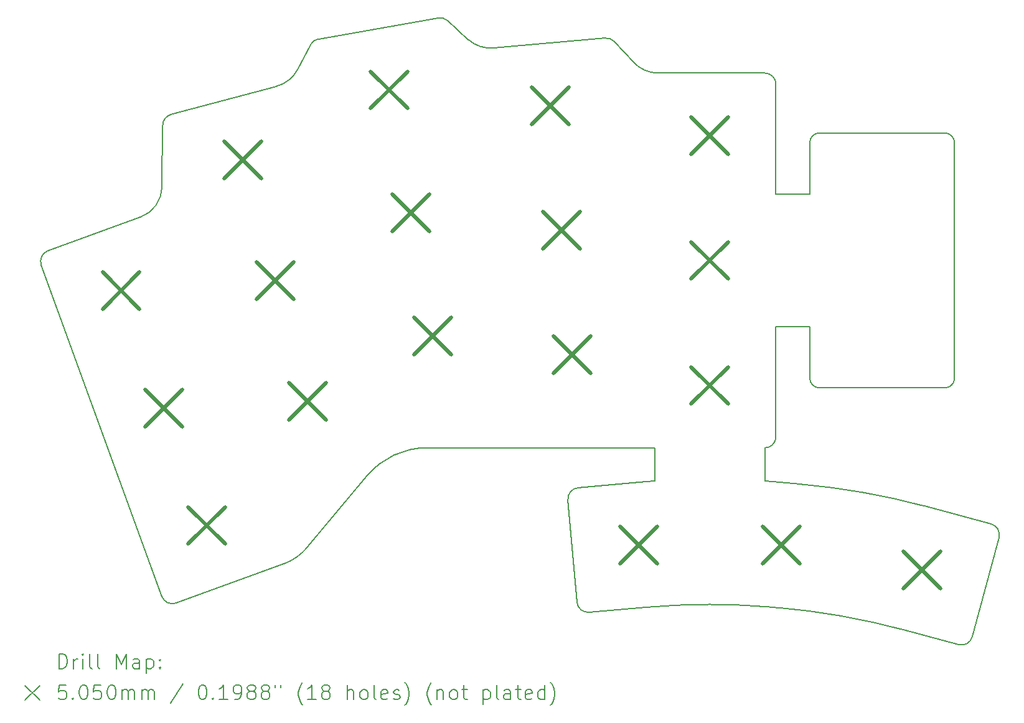
<source format=gbr>
%TF.GenerationSoftware,KiCad,Pcbnew,8.0.7*%
%TF.CreationDate,2025-03-14T09:47:26+07:00*%
%TF.ProjectId,Lapka,4c61706b-612e-46b6-9963-61645f706362,rev?*%
%TF.SameCoordinates,Original*%
%TF.FileFunction,Drillmap*%
%TF.FilePolarity,Positive*%
%FSLAX45Y45*%
G04 Gerber Fmt 4.5, Leading zero omitted, Abs format (unit mm)*
G04 Created by KiCad (PCBNEW 8.0.7) date 2025-03-14 09:47:26*
%MOMM*%
%LPD*%
G01*
G04 APERTURE LIST*
%ADD10C,0.200000*%
%ADD11C,0.505000*%
G04 APERTURE END LIST*
D10*
X11600711Y-4895984D02*
G75*
G02*
X11318997Y-5121012I-398191J209644D01*
G01*
X11733186Y-11397755D02*
G75*
G02*
X11416402Y-11620528I-575226J481355D01*
G01*
X15565275Y-12279335D02*
X16346164Y-12211016D01*
X21035915Y-11077384D02*
X20131788Y-10835124D01*
X13514239Y-4191030D02*
G75*
G02*
X13641123Y-4227701I26051J-147710D01*
G01*
X9759914Y-6486002D02*
G75*
G02*
X9461924Y-6904593I-449973J4967D01*
G01*
X16174865Y-4796968D02*
X15914440Y-4515393D01*
X15791247Y-4467813D02*
G75*
G02*
X15914440Y-4515393I13073J-149427D01*
G01*
X9950293Y-12154149D02*
G75*
G02*
X9758033Y-12064498I-51303J140959D01*
G01*
X8116337Y-7553969D02*
G75*
G02*
X8205990Y-7361718I140953J51299D01*
G01*
X17958996Y-4941997D02*
X16505753Y-4941997D01*
X20779641Y-12613388D02*
G75*
G02*
X20595923Y-12719455I-144911J38858D01*
G01*
X16346164Y-12211016D02*
G75*
G02*
X18071839Y-12211016I862836J-9862584D01*
G01*
X16459000Y-10495300D02*
X16346159Y-10504522D01*
X18109000Y-6591996D02*
X18109000Y-5092000D01*
X18435620Y-10536349D02*
G75*
G02*
X20131788Y-10835124I-862860J-9862521D01*
G01*
X18569000Y-8391997D02*
X18569001Y-9091997D01*
X9950293Y-12154149D02*
X11416402Y-11620527D01*
X15791247Y-4467813D02*
X14267382Y-4601133D01*
X18703997Y-9226996D02*
G75*
G02*
X18568994Y-9091997I3J135006D01*
G01*
X20404000Y-5756997D02*
G75*
G02*
X20539003Y-5891996I0J-135003D01*
G01*
X11733186Y-11397755D02*
X12552906Y-10418157D01*
X18109000Y-8391996D02*
X18569000Y-8391997D01*
X13514239Y-4191030D02*
X11886435Y-4478057D01*
X18109000Y-9892004D02*
G75*
G02*
X17959000Y-10042000I-150000J4D01*
G01*
X20404000Y-5756997D02*
X18703996Y-5756996D01*
X19838774Y-12516581D02*
X20595923Y-12719457D01*
X16459001Y-10041997D02*
X16459000Y-10495300D01*
X16505753Y-4941997D02*
G75*
G02*
X16174863Y-4796970I-23J449937D01*
G01*
X13925670Y-4486020D02*
X13925667Y-4486021D01*
X9461924Y-6904593D02*
X8205989Y-7361716D01*
X21035915Y-11077384D02*
G75*
G02*
X21141988Y-11261097I-38825J-144896D01*
G01*
X18435620Y-10536349D02*
X18071842Y-10504523D01*
X17959001Y-10495300D02*
X17959000Y-10042001D01*
X16346159Y-10504522D02*
X15415890Y-10585910D01*
X20539001Y-9091998D02*
G75*
G02*
X20404001Y-9227001I-134991J-13D01*
G01*
X15280760Y-10748318D02*
G75*
G02*
X15415890Y-10585913I149440J13078D01*
G01*
X15565275Y-12279335D02*
G75*
G02*
X15402776Y-12142978I-13065J149435D01*
G01*
X8116337Y-7553969D02*
X9758035Y-12064497D01*
X11318997Y-5121013D02*
X9879630Y-5506689D01*
X17958996Y-4941997D02*
G75*
G02*
X18108993Y-5092000I14J-149983D01*
G01*
X9769131Y-5649745D02*
X9759914Y-6486002D01*
X20539001Y-9091998D02*
X20539000Y-5891996D01*
X18569000Y-5891991D02*
X18569000Y-6591997D01*
X12552906Y-10418157D02*
G75*
G02*
X13358161Y-10041998I805244J-673813D01*
G01*
X18569000Y-5891991D02*
G75*
G02*
X18703996Y-5757000I135000J-9D01*
G01*
X11779753Y-4555900D02*
X11600711Y-4895984D01*
X18108999Y-5092000D02*
X18109000Y-5092000D01*
X18071842Y-10504523D02*
X17959001Y-10495300D01*
X15280760Y-10748318D02*
X15402776Y-12142978D01*
X18071840Y-12211015D02*
X18139313Y-12216919D01*
X9769131Y-5649745D02*
G75*
G02*
X9879630Y-5506688I150009J-1665D01*
G01*
X18109000Y-9892004D02*
X18109000Y-8391996D01*
X13641123Y-4227701D02*
X13641123Y-4227699D01*
X14267382Y-4601133D02*
G75*
G02*
X13925669Y-4486020I-39242J448253D01*
G01*
X18139313Y-12216919D02*
G75*
G02*
X19838774Y-12516581I-862863J-9862411D01*
G01*
X18569000Y-6591997D02*
X18109000Y-6591996D01*
X11779753Y-4555900D02*
G75*
G02*
X11886435Y-4478058I132707J-69850D01*
G01*
X13925667Y-4486021D02*
X13641123Y-4227699D01*
X20779641Y-12613388D02*
X21141987Y-11261097D01*
X18703997Y-9226996D02*
X20404001Y-9226996D01*
X13358161Y-10041997D02*
X16459001Y-10041997D01*
D11*
X8948981Y-7651439D02*
X9453981Y-8156439D01*
X9453981Y-7651439D02*
X8948981Y-8156439D01*
X9530411Y-9248919D02*
X10035411Y-9753919D01*
X10035411Y-9248919D02*
X9530411Y-9753919D01*
X10111840Y-10846399D02*
X10616840Y-11351399D01*
X10616840Y-10846399D02*
X10111840Y-11351399D01*
X10607211Y-5871570D02*
X11112211Y-6376570D01*
X11112211Y-5871570D02*
X10607211Y-6376570D01*
X11047210Y-7513640D02*
X11552210Y-8018640D01*
X11552210Y-7513640D02*
X11047210Y-8018640D01*
X11487200Y-9155709D02*
X11992200Y-9660709D01*
X11992200Y-9155709D02*
X11487200Y-9660709D01*
X12595440Y-4919130D02*
X13100440Y-5424130D01*
X13100440Y-4919130D02*
X12595440Y-5424130D01*
X12890640Y-6593309D02*
X13395640Y-7098309D01*
X13395640Y-6593309D02*
X12890640Y-7098309D01*
X13185840Y-8267480D02*
X13690840Y-8772480D01*
X13690840Y-8267480D02*
X13185840Y-8772480D01*
X14789510Y-5134110D02*
X15294510Y-5639110D01*
X15294510Y-5134110D02*
X14789510Y-5639110D01*
X14937680Y-6827639D02*
X15442680Y-7332639D01*
X15442680Y-6827639D02*
X14937680Y-7332639D01*
X15085841Y-8521170D02*
X15590841Y-9026170D01*
X15590841Y-8521170D02*
X15085841Y-9026170D01*
X15987680Y-11114710D02*
X16492680Y-11619710D01*
X16492680Y-11114710D02*
X15987680Y-11619710D01*
X16956500Y-5539500D02*
X17461500Y-6044500D01*
X17461500Y-5539500D02*
X16956500Y-6044500D01*
X16956500Y-8939500D02*
X17461500Y-9444500D01*
X17461500Y-8939500D02*
X16956500Y-9444500D01*
X16956501Y-7239499D02*
X17461501Y-7744499D01*
X17461501Y-7239499D02*
X16956501Y-7744499D01*
X17928990Y-11114709D02*
X18433990Y-11619709D01*
X18433990Y-11114709D02*
X17928990Y-11619709D01*
X19840819Y-11451809D02*
X20345819Y-11956809D01*
X20345819Y-11451809D02*
X19840819Y-11956809D01*
D10*
X8358069Y-13046045D02*
X8358069Y-12846045D01*
X8358069Y-12846045D02*
X8405688Y-12846045D01*
X8405688Y-12846045D02*
X8434260Y-12855568D01*
X8434260Y-12855568D02*
X8453307Y-12874616D01*
X8453307Y-12874616D02*
X8462831Y-12893664D01*
X8462831Y-12893664D02*
X8472355Y-12931759D01*
X8472355Y-12931759D02*
X8472355Y-12960330D01*
X8472355Y-12960330D02*
X8462831Y-12998425D01*
X8462831Y-12998425D02*
X8453307Y-13017473D01*
X8453307Y-13017473D02*
X8434260Y-13036521D01*
X8434260Y-13036521D02*
X8405688Y-13046045D01*
X8405688Y-13046045D02*
X8358069Y-13046045D01*
X8558069Y-13046045D02*
X8558069Y-12912711D01*
X8558069Y-12950806D02*
X8567593Y-12931759D01*
X8567593Y-12931759D02*
X8577117Y-12922235D01*
X8577117Y-12922235D02*
X8596165Y-12912711D01*
X8596165Y-12912711D02*
X8615212Y-12912711D01*
X8681879Y-13046045D02*
X8681879Y-12912711D01*
X8681879Y-12846045D02*
X8672355Y-12855568D01*
X8672355Y-12855568D02*
X8681879Y-12865092D01*
X8681879Y-12865092D02*
X8691403Y-12855568D01*
X8691403Y-12855568D02*
X8681879Y-12846045D01*
X8681879Y-12846045D02*
X8681879Y-12865092D01*
X8805688Y-13046045D02*
X8786641Y-13036521D01*
X8786641Y-13036521D02*
X8777117Y-13017473D01*
X8777117Y-13017473D02*
X8777117Y-12846045D01*
X8910450Y-13046045D02*
X8891403Y-13036521D01*
X8891403Y-13036521D02*
X8881879Y-13017473D01*
X8881879Y-13017473D02*
X8881879Y-12846045D01*
X9139022Y-13046045D02*
X9139022Y-12846045D01*
X9139022Y-12846045D02*
X9205688Y-12988902D01*
X9205688Y-12988902D02*
X9272355Y-12846045D01*
X9272355Y-12846045D02*
X9272355Y-13046045D01*
X9453307Y-13046045D02*
X9453307Y-12941283D01*
X9453307Y-12941283D02*
X9443784Y-12922235D01*
X9443784Y-12922235D02*
X9424736Y-12912711D01*
X9424736Y-12912711D02*
X9386641Y-12912711D01*
X9386641Y-12912711D02*
X9367593Y-12922235D01*
X9453307Y-13036521D02*
X9434260Y-13046045D01*
X9434260Y-13046045D02*
X9386641Y-13046045D01*
X9386641Y-13046045D02*
X9367593Y-13036521D01*
X9367593Y-13036521D02*
X9358069Y-13017473D01*
X9358069Y-13017473D02*
X9358069Y-12998425D01*
X9358069Y-12998425D02*
X9367593Y-12979378D01*
X9367593Y-12979378D02*
X9386641Y-12969854D01*
X9386641Y-12969854D02*
X9434260Y-12969854D01*
X9434260Y-12969854D02*
X9453307Y-12960330D01*
X9548546Y-12912711D02*
X9548546Y-13112711D01*
X9548546Y-12922235D02*
X9567593Y-12912711D01*
X9567593Y-12912711D02*
X9605688Y-12912711D01*
X9605688Y-12912711D02*
X9624736Y-12922235D01*
X9624736Y-12922235D02*
X9634260Y-12931759D01*
X9634260Y-12931759D02*
X9643784Y-12950806D01*
X9643784Y-12950806D02*
X9643784Y-13007949D01*
X9643784Y-13007949D02*
X9634260Y-13026997D01*
X9634260Y-13026997D02*
X9624736Y-13036521D01*
X9624736Y-13036521D02*
X9605688Y-13046045D01*
X9605688Y-13046045D02*
X9567593Y-13046045D01*
X9567593Y-13046045D02*
X9548546Y-13036521D01*
X9729498Y-13026997D02*
X9739022Y-13036521D01*
X9739022Y-13036521D02*
X9729498Y-13046045D01*
X9729498Y-13046045D02*
X9719974Y-13036521D01*
X9719974Y-13036521D02*
X9729498Y-13026997D01*
X9729498Y-13026997D02*
X9729498Y-13046045D01*
X9729498Y-12922235D02*
X9739022Y-12931759D01*
X9739022Y-12931759D02*
X9729498Y-12941283D01*
X9729498Y-12941283D02*
X9719974Y-12931759D01*
X9719974Y-12931759D02*
X9729498Y-12922235D01*
X9729498Y-12922235D02*
X9729498Y-12941283D01*
X7897292Y-13274561D02*
X8097292Y-13474561D01*
X8097292Y-13274561D02*
X7897292Y-13474561D01*
X8453307Y-13266045D02*
X8358069Y-13266045D01*
X8358069Y-13266045D02*
X8348545Y-13361283D01*
X8348545Y-13361283D02*
X8358069Y-13351759D01*
X8358069Y-13351759D02*
X8377117Y-13342235D01*
X8377117Y-13342235D02*
X8424736Y-13342235D01*
X8424736Y-13342235D02*
X8443784Y-13351759D01*
X8443784Y-13351759D02*
X8453307Y-13361283D01*
X8453307Y-13361283D02*
X8462831Y-13380330D01*
X8462831Y-13380330D02*
X8462831Y-13427949D01*
X8462831Y-13427949D02*
X8453307Y-13446997D01*
X8453307Y-13446997D02*
X8443784Y-13456521D01*
X8443784Y-13456521D02*
X8424736Y-13466045D01*
X8424736Y-13466045D02*
X8377117Y-13466045D01*
X8377117Y-13466045D02*
X8358069Y-13456521D01*
X8358069Y-13456521D02*
X8348545Y-13446997D01*
X8548546Y-13446997D02*
X8558069Y-13456521D01*
X8558069Y-13456521D02*
X8548546Y-13466045D01*
X8548546Y-13466045D02*
X8539022Y-13456521D01*
X8539022Y-13456521D02*
X8548546Y-13446997D01*
X8548546Y-13446997D02*
X8548546Y-13466045D01*
X8681879Y-13266045D02*
X8700927Y-13266045D01*
X8700927Y-13266045D02*
X8719974Y-13275568D01*
X8719974Y-13275568D02*
X8729498Y-13285092D01*
X8729498Y-13285092D02*
X8739022Y-13304140D01*
X8739022Y-13304140D02*
X8748546Y-13342235D01*
X8748546Y-13342235D02*
X8748546Y-13389854D01*
X8748546Y-13389854D02*
X8739022Y-13427949D01*
X8739022Y-13427949D02*
X8729498Y-13446997D01*
X8729498Y-13446997D02*
X8719974Y-13456521D01*
X8719974Y-13456521D02*
X8700927Y-13466045D01*
X8700927Y-13466045D02*
X8681879Y-13466045D01*
X8681879Y-13466045D02*
X8662831Y-13456521D01*
X8662831Y-13456521D02*
X8653307Y-13446997D01*
X8653307Y-13446997D02*
X8643784Y-13427949D01*
X8643784Y-13427949D02*
X8634260Y-13389854D01*
X8634260Y-13389854D02*
X8634260Y-13342235D01*
X8634260Y-13342235D02*
X8643784Y-13304140D01*
X8643784Y-13304140D02*
X8653307Y-13285092D01*
X8653307Y-13285092D02*
X8662831Y-13275568D01*
X8662831Y-13275568D02*
X8681879Y-13266045D01*
X8929498Y-13266045D02*
X8834260Y-13266045D01*
X8834260Y-13266045D02*
X8824736Y-13361283D01*
X8824736Y-13361283D02*
X8834260Y-13351759D01*
X8834260Y-13351759D02*
X8853307Y-13342235D01*
X8853307Y-13342235D02*
X8900927Y-13342235D01*
X8900927Y-13342235D02*
X8919974Y-13351759D01*
X8919974Y-13351759D02*
X8929498Y-13361283D01*
X8929498Y-13361283D02*
X8939022Y-13380330D01*
X8939022Y-13380330D02*
X8939022Y-13427949D01*
X8939022Y-13427949D02*
X8929498Y-13446997D01*
X8929498Y-13446997D02*
X8919974Y-13456521D01*
X8919974Y-13456521D02*
X8900927Y-13466045D01*
X8900927Y-13466045D02*
X8853307Y-13466045D01*
X8853307Y-13466045D02*
X8834260Y-13456521D01*
X8834260Y-13456521D02*
X8824736Y-13446997D01*
X9062831Y-13266045D02*
X9081879Y-13266045D01*
X9081879Y-13266045D02*
X9100927Y-13275568D01*
X9100927Y-13275568D02*
X9110450Y-13285092D01*
X9110450Y-13285092D02*
X9119974Y-13304140D01*
X9119974Y-13304140D02*
X9129498Y-13342235D01*
X9129498Y-13342235D02*
X9129498Y-13389854D01*
X9129498Y-13389854D02*
X9119974Y-13427949D01*
X9119974Y-13427949D02*
X9110450Y-13446997D01*
X9110450Y-13446997D02*
X9100927Y-13456521D01*
X9100927Y-13456521D02*
X9081879Y-13466045D01*
X9081879Y-13466045D02*
X9062831Y-13466045D01*
X9062831Y-13466045D02*
X9043784Y-13456521D01*
X9043784Y-13456521D02*
X9034260Y-13446997D01*
X9034260Y-13446997D02*
X9024736Y-13427949D01*
X9024736Y-13427949D02*
X9015212Y-13389854D01*
X9015212Y-13389854D02*
X9015212Y-13342235D01*
X9015212Y-13342235D02*
X9024736Y-13304140D01*
X9024736Y-13304140D02*
X9034260Y-13285092D01*
X9034260Y-13285092D02*
X9043784Y-13275568D01*
X9043784Y-13275568D02*
X9062831Y-13266045D01*
X9215212Y-13466045D02*
X9215212Y-13332711D01*
X9215212Y-13351759D02*
X9224736Y-13342235D01*
X9224736Y-13342235D02*
X9243784Y-13332711D01*
X9243784Y-13332711D02*
X9272355Y-13332711D01*
X9272355Y-13332711D02*
X9291403Y-13342235D01*
X9291403Y-13342235D02*
X9300927Y-13361283D01*
X9300927Y-13361283D02*
X9300927Y-13466045D01*
X9300927Y-13361283D02*
X9310450Y-13342235D01*
X9310450Y-13342235D02*
X9329498Y-13332711D01*
X9329498Y-13332711D02*
X9358069Y-13332711D01*
X9358069Y-13332711D02*
X9377117Y-13342235D01*
X9377117Y-13342235D02*
X9386641Y-13361283D01*
X9386641Y-13361283D02*
X9386641Y-13466045D01*
X9481879Y-13466045D02*
X9481879Y-13332711D01*
X9481879Y-13351759D02*
X9491403Y-13342235D01*
X9491403Y-13342235D02*
X9510450Y-13332711D01*
X9510450Y-13332711D02*
X9539022Y-13332711D01*
X9539022Y-13332711D02*
X9558069Y-13342235D01*
X9558069Y-13342235D02*
X9567593Y-13361283D01*
X9567593Y-13361283D02*
X9567593Y-13466045D01*
X9567593Y-13361283D02*
X9577117Y-13342235D01*
X9577117Y-13342235D02*
X9596165Y-13332711D01*
X9596165Y-13332711D02*
X9624736Y-13332711D01*
X9624736Y-13332711D02*
X9643784Y-13342235D01*
X9643784Y-13342235D02*
X9653308Y-13361283D01*
X9653308Y-13361283D02*
X9653308Y-13466045D01*
X10043784Y-13256521D02*
X9872355Y-13513664D01*
X10300927Y-13266045D02*
X10319974Y-13266045D01*
X10319974Y-13266045D02*
X10339022Y-13275568D01*
X10339022Y-13275568D02*
X10348546Y-13285092D01*
X10348546Y-13285092D02*
X10358070Y-13304140D01*
X10358070Y-13304140D02*
X10367593Y-13342235D01*
X10367593Y-13342235D02*
X10367593Y-13389854D01*
X10367593Y-13389854D02*
X10358070Y-13427949D01*
X10358070Y-13427949D02*
X10348546Y-13446997D01*
X10348546Y-13446997D02*
X10339022Y-13456521D01*
X10339022Y-13456521D02*
X10319974Y-13466045D01*
X10319974Y-13466045D02*
X10300927Y-13466045D01*
X10300927Y-13466045D02*
X10281879Y-13456521D01*
X10281879Y-13456521D02*
X10272355Y-13446997D01*
X10272355Y-13446997D02*
X10262831Y-13427949D01*
X10262831Y-13427949D02*
X10253308Y-13389854D01*
X10253308Y-13389854D02*
X10253308Y-13342235D01*
X10253308Y-13342235D02*
X10262831Y-13304140D01*
X10262831Y-13304140D02*
X10272355Y-13285092D01*
X10272355Y-13285092D02*
X10281879Y-13275568D01*
X10281879Y-13275568D02*
X10300927Y-13266045D01*
X10453308Y-13446997D02*
X10462831Y-13456521D01*
X10462831Y-13456521D02*
X10453308Y-13466045D01*
X10453308Y-13466045D02*
X10443784Y-13456521D01*
X10443784Y-13456521D02*
X10453308Y-13446997D01*
X10453308Y-13446997D02*
X10453308Y-13466045D01*
X10653308Y-13466045D02*
X10539022Y-13466045D01*
X10596165Y-13466045D02*
X10596165Y-13266045D01*
X10596165Y-13266045D02*
X10577117Y-13294616D01*
X10577117Y-13294616D02*
X10558070Y-13313664D01*
X10558070Y-13313664D02*
X10539022Y-13323187D01*
X10748546Y-13466045D02*
X10786641Y-13466045D01*
X10786641Y-13466045D02*
X10805689Y-13456521D01*
X10805689Y-13456521D02*
X10815212Y-13446997D01*
X10815212Y-13446997D02*
X10834260Y-13418425D01*
X10834260Y-13418425D02*
X10843784Y-13380330D01*
X10843784Y-13380330D02*
X10843784Y-13304140D01*
X10843784Y-13304140D02*
X10834260Y-13285092D01*
X10834260Y-13285092D02*
X10824736Y-13275568D01*
X10824736Y-13275568D02*
X10805689Y-13266045D01*
X10805689Y-13266045D02*
X10767593Y-13266045D01*
X10767593Y-13266045D02*
X10748546Y-13275568D01*
X10748546Y-13275568D02*
X10739022Y-13285092D01*
X10739022Y-13285092D02*
X10729498Y-13304140D01*
X10729498Y-13304140D02*
X10729498Y-13351759D01*
X10729498Y-13351759D02*
X10739022Y-13370806D01*
X10739022Y-13370806D02*
X10748546Y-13380330D01*
X10748546Y-13380330D02*
X10767593Y-13389854D01*
X10767593Y-13389854D02*
X10805689Y-13389854D01*
X10805689Y-13389854D02*
X10824736Y-13380330D01*
X10824736Y-13380330D02*
X10834260Y-13370806D01*
X10834260Y-13370806D02*
X10843784Y-13351759D01*
X10958070Y-13351759D02*
X10939022Y-13342235D01*
X10939022Y-13342235D02*
X10929498Y-13332711D01*
X10929498Y-13332711D02*
X10919974Y-13313664D01*
X10919974Y-13313664D02*
X10919974Y-13304140D01*
X10919974Y-13304140D02*
X10929498Y-13285092D01*
X10929498Y-13285092D02*
X10939022Y-13275568D01*
X10939022Y-13275568D02*
X10958070Y-13266045D01*
X10958070Y-13266045D02*
X10996165Y-13266045D01*
X10996165Y-13266045D02*
X11015212Y-13275568D01*
X11015212Y-13275568D02*
X11024736Y-13285092D01*
X11024736Y-13285092D02*
X11034260Y-13304140D01*
X11034260Y-13304140D02*
X11034260Y-13313664D01*
X11034260Y-13313664D02*
X11024736Y-13332711D01*
X11024736Y-13332711D02*
X11015212Y-13342235D01*
X11015212Y-13342235D02*
X10996165Y-13351759D01*
X10996165Y-13351759D02*
X10958070Y-13351759D01*
X10958070Y-13351759D02*
X10939022Y-13361283D01*
X10939022Y-13361283D02*
X10929498Y-13370806D01*
X10929498Y-13370806D02*
X10919974Y-13389854D01*
X10919974Y-13389854D02*
X10919974Y-13427949D01*
X10919974Y-13427949D02*
X10929498Y-13446997D01*
X10929498Y-13446997D02*
X10939022Y-13456521D01*
X10939022Y-13456521D02*
X10958070Y-13466045D01*
X10958070Y-13466045D02*
X10996165Y-13466045D01*
X10996165Y-13466045D02*
X11015212Y-13456521D01*
X11015212Y-13456521D02*
X11024736Y-13446997D01*
X11024736Y-13446997D02*
X11034260Y-13427949D01*
X11034260Y-13427949D02*
X11034260Y-13389854D01*
X11034260Y-13389854D02*
X11024736Y-13370806D01*
X11024736Y-13370806D02*
X11015212Y-13361283D01*
X11015212Y-13361283D02*
X10996165Y-13351759D01*
X11148546Y-13351759D02*
X11129498Y-13342235D01*
X11129498Y-13342235D02*
X11119974Y-13332711D01*
X11119974Y-13332711D02*
X11110451Y-13313664D01*
X11110451Y-13313664D02*
X11110451Y-13304140D01*
X11110451Y-13304140D02*
X11119974Y-13285092D01*
X11119974Y-13285092D02*
X11129498Y-13275568D01*
X11129498Y-13275568D02*
X11148546Y-13266045D01*
X11148546Y-13266045D02*
X11186641Y-13266045D01*
X11186641Y-13266045D02*
X11205689Y-13275568D01*
X11205689Y-13275568D02*
X11215212Y-13285092D01*
X11215212Y-13285092D02*
X11224736Y-13304140D01*
X11224736Y-13304140D02*
X11224736Y-13313664D01*
X11224736Y-13313664D02*
X11215212Y-13332711D01*
X11215212Y-13332711D02*
X11205689Y-13342235D01*
X11205689Y-13342235D02*
X11186641Y-13351759D01*
X11186641Y-13351759D02*
X11148546Y-13351759D01*
X11148546Y-13351759D02*
X11129498Y-13361283D01*
X11129498Y-13361283D02*
X11119974Y-13370806D01*
X11119974Y-13370806D02*
X11110451Y-13389854D01*
X11110451Y-13389854D02*
X11110451Y-13427949D01*
X11110451Y-13427949D02*
X11119974Y-13446997D01*
X11119974Y-13446997D02*
X11129498Y-13456521D01*
X11129498Y-13456521D02*
X11148546Y-13466045D01*
X11148546Y-13466045D02*
X11186641Y-13466045D01*
X11186641Y-13466045D02*
X11205689Y-13456521D01*
X11205689Y-13456521D02*
X11215212Y-13446997D01*
X11215212Y-13446997D02*
X11224736Y-13427949D01*
X11224736Y-13427949D02*
X11224736Y-13389854D01*
X11224736Y-13389854D02*
X11215212Y-13370806D01*
X11215212Y-13370806D02*
X11205689Y-13361283D01*
X11205689Y-13361283D02*
X11186641Y-13351759D01*
X11300927Y-13266045D02*
X11300927Y-13304140D01*
X11377117Y-13266045D02*
X11377117Y-13304140D01*
X11672355Y-13542235D02*
X11662831Y-13532711D01*
X11662831Y-13532711D02*
X11643784Y-13504140D01*
X11643784Y-13504140D02*
X11634260Y-13485092D01*
X11634260Y-13485092D02*
X11624736Y-13456521D01*
X11624736Y-13456521D02*
X11615212Y-13408902D01*
X11615212Y-13408902D02*
X11615212Y-13370806D01*
X11615212Y-13370806D02*
X11624736Y-13323187D01*
X11624736Y-13323187D02*
X11634260Y-13294616D01*
X11634260Y-13294616D02*
X11643784Y-13275568D01*
X11643784Y-13275568D02*
X11662831Y-13246997D01*
X11662831Y-13246997D02*
X11672355Y-13237473D01*
X11853308Y-13466045D02*
X11739022Y-13466045D01*
X11796165Y-13466045D02*
X11796165Y-13266045D01*
X11796165Y-13266045D02*
X11777117Y-13294616D01*
X11777117Y-13294616D02*
X11758070Y-13313664D01*
X11758070Y-13313664D02*
X11739022Y-13323187D01*
X11967593Y-13351759D02*
X11948546Y-13342235D01*
X11948546Y-13342235D02*
X11939022Y-13332711D01*
X11939022Y-13332711D02*
X11929498Y-13313664D01*
X11929498Y-13313664D02*
X11929498Y-13304140D01*
X11929498Y-13304140D02*
X11939022Y-13285092D01*
X11939022Y-13285092D02*
X11948546Y-13275568D01*
X11948546Y-13275568D02*
X11967593Y-13266045D01*
X11967593Y-13266045D02*
X12005689Y-13266045D01*
X12005689Y-13266045D02*
X12024736Y-13275568D01*
X12024736Y-13275568D02*
X12034260Y-13285092D01*
X12034260Y-13285092D02*
X12043784Y-13304140D01*
X12043784Y-13304140D02*
X12043784Y-13313664D01*
X12043784Y-13313664D02*
X12034260Y-13332711D01*
X12034260Y-13332711D02*
X12024736Y-13342235D01*
X12024736Y-13342235D02*
X12005689Y-13351759D01*
X12005689Y-13351759D02*
X11967593Y-13351759D01*
X11967593Y-13351759D02*
X11948546Y-13361283D01*
X11948546Y-13361283D02*
X11939022Y-13370806D01*
X11939022Y-13370806D02*
X11929498Y-13389854D01*
X11929498Y-13389854D02*
X11929498Y-13427949D01*
X11929498Y-13427949D02*
X11939022Y-13446997D01*
X11939022Y-13446997D02*
X11948546Y-13456521D01*
X11948546Y-13456521D02*
X11967593Y-13466045D01*
X11967593Y-13466045D02*
X12005689Y-13466045D01*
X12005689Y-13466045D02*
X12024736Y-13456521D01*
X12024736Y-13456521D02*
X12034260Y-13446997D01*
X12034260Y-13446997D02*
X12043784Y-13427949D01*
X12043784Y-13427949D02*
X12043784Y-13389854D01*
X12043784Y-13389854D02*
X12034260Y-13370806D01*
X12034260Y-13370806D02*
X12024736Y-13361283D01*
X12024736Y-13361283D02*
X12005689Y-13351759D01*
X12281879Y-13466045D02*
X12281879Y-13266045D01*
X12367593Y-13466045D02*
X12367593Y-13361283D01*
X12367593Y-13361283D02*
X12358070Y-13342235D01*
X12358070Y-13342235D02*
X12339022Y-13332711D01*
X12339022Y-13332711D02*
X12310451Y-13332711D01*
X12310451Y-13332711D02*
X12291403Y-13342235D01*
X12291403Y-13342235D02*
X12281879Y-13351759D01*
X12491403Y-13466045D02*
X12472355Y-13456521D01*
X12472355Y-13456521D02*
X12462832Y-13446997D01*
X12462832Y-13446997D02*
X12453308Y-13427949D01*
X12453308Y-13427949D02*
X12453308Y-13370806D01*
X12453308Y-13370806D02*
X12462832Y-13351759D01*
X12462832Y-13351759D02*
X12472355Y-13342235D01*
X12472355Y-13342235D02*
X12491403Y-13332711D01*
X12491403Y-13332711D02*
X12519974Y-13332711D01*
X12519974Y-13332711D02*
X12539022Y-13342235D01*
X12539022Y-13342235D02*
X12548546Y-13351759D01*
X12548546Y-13351759D02*
X12558070Y-13370806D01*
X12558070Y-13370806D02*
X12558070Y-13427949D01*
X12558070Y-13427949D02*
X12548546Y-13446997D01*
X12548546Y-13446997D02*
X12539022Y-13456521D01*
X12539022Y-13456521D02*
X12519974Y-13466045D01*
X12519974Y-13466045D02*
X12491403Y-13466045D01*
X12672355Y-13466045D02*
X12653308Y-13456521D01*
X12653308Y-13456521D02*
X12643784Y-13437473D01*
X12643784Y-13437473D02*
X12643784Y-13266045D01*
X12824736Y-13456521D02*
X12805689Y-13466045D01*
X12805689Y-13466045D02*
X12767593Y-13466045D01*
X12767593Y-13466045D02*
X12748546Y-13456521D01*
X12748546Y-13456521D02*
X12739022Y-13437473D01*
X12739022Y-13437473D02*
X12739022Y-13361283D01*
X12739022Y-13361283D02*
X12748546Y-13342235D01*
X12748546Y-13342235D02*
X12767593Y-13332711D01*
X12767593Y-13332711D02*
X12805689Y-13332711D01*
X12805689Y-13332711D02*
X12824736Y-13342235D01*
X12824736Y-13342235D02*
X12834260Y-13361283D01*
X12834260Y-13361283D02*
X12834260Y-13380330D01*
X12834260Y-13380330D02*
X12739022Y-13399378D01*
X12910451Y-13456521D02*
X12929498Y-13466045D01*
X12929498Y-13466045D02*
X12967593Y-13466045D01*
X12967593Y-13466045D02*
X12986641Y-13456521D01*
X12986641Y-13456521D02*
X12996165Y-13437473D01*
X12996165Y-13437473D02*
X12996165Y-13427949D01*
X12996165Y-13427949D02*
X12986641Y-13408902D01*
X12986641Y-13408902D02*
X12967593Y-13399378D01*
X12967593Y-13399378D02*
X12939022Y-13399378D01*
X12939022Y-13399378D02*
X12919974Y-13389854D01*
X12919974Y-13389854D02*
X12910451Y-13370806D01*
X12910451Y-13370806D02*
X12910451Y-13361283D01*
X12910451Y-13361283D02*
X12919974Y-13342235D01*
X12919974Y-13342235D02*
X12939022Y-13332711D01*
X12939022Y-13332711D02*
X12967593Y-13332711D01*
X12967593Y-13332711D02*
X12986641Y-13342235D01*
X13062832Y-13542235D02*
X13072355Y-13532711D01*
X13072355Y-13532711D02*
X13091403Y-13504140D01*
X13091403Y-13504140D02*
X13100927Y-13485092D01*
X13100927Y-13485092D02*
X13110451Y-13456521D01*
X13110451Y-13456521D02*
X13119974Y-13408902D01*
X13119974Y-13408902D02*
X13119974Y-13370806D01*
X13119974Y-13370806D02*
X13110451Y-13323187D01*
X13110451Y-13323187D02*
X13100927Y-13294616D01*
X13100927Y-13294616D02*
X13091403Y-13275568D01*
X13091403Y-13275568D02*
X13072355Y-13246997D01*
X13072355Y-13246997D02*
X13062832Y-13237473D01*
X13424736Y-13542235D02*
X13415213Y-13532711D01*
X13415213Y-13532711D02*
X13396165Y-13504140D01*
X13396165Y-13504140D02*
X13386641Y-13485092D01*
X13386641Y-13485092D02*
X13377117Y-13456521D01*
X13377117Y-13456521D02*
X13367594Y-13408902D01*
X13367594Y-13408902D02*
X13367594Y-13370806D01*
X13367594Y-13370806D02*
X13377117Y-13323187D01*
X13377117Y-13323187D02*
X13386641Y-13294616D01*
X13386641Y-13294616D02*
X13396165Y-13275568D01*
X13396165Y-13275568D02*
X13415213Y-13246997D01*
X13415213Y-13246997D02*
X13424736Y-13237473D01*
X13500927Y-13332711D02*
X13500927Y-13466045D01*
X13500927Y-13351759D02*
X13510451Y-13342235D01*
X13510451Y-13342235D02*
X13529498Y-13332711D01*
X13529498Y-13332711D02*
X13558070Y-13332711D01*
X13558070Y-13332711D02*
X13577117Y-13342235D01*
X13577117Y-13342235D02*
X13586641Y-13361283D01*
X13586641Y-13361283D02*
X13586641Y-13466045D01*
X13710451Y-13466045D02*
X13691403Y-13456521D01*
X13691403Y-13456521D02*
X13681879Y-13446997D01*
X13681879Y-13446997D02*
X13672355Y-13427949D01*
X13672355Y-13427949D02*
X13672355Y-13370806D01*
X13672355Y-13370806D02*
X13681879Y-13351759D01*
X13681879Y-13351759D02*
X13691403Y-13342235D01*
X13691403Y-13342235D02*
X13710451Y-13332711D01*
X13710451Y-13332711D02*
X13739022Y-13332711D01*
X13739022Y-13332711D02*
X13758070Y-13342235D01*
X13758070Y-13342235D02*
X13767594Y-13351759D01*
X13767594Y-13351759D02*
X13777117Y-13370806D01*
X13777117Y-13370806D02*
X13777117Y-13427949D01*
X13777117Y-13427949D02*
X13767594Y-13446997D01*
X13767594Y-13446997D02*
X13758070Y-13456521D01*
X13758070Y-13456521D02*
X13739022Y-13466045D01*
X13739022Y-13466045D02*
X13710451Y-13466045D01*
X13834260Y-13332711D02*
X13910451Y-13332711D01*
X13862832Y-13266045D02*
X13862832Y-13437473D01*
X13862832Y-13437473D02*
X13872355Y-13456521D01*
X13872355Y-13456521D02*
X13891403Y-13466045D01*
X13891403Y-13466045D02*
X13910451Y-13466045D01*
X14129498Y-13332711D02*
X14129498Y-13532711D01*
X14129498Y-13342235D02*
X14148546Y-13332711D01*
X14148546Y-13332711D02*
X14186641Y-13332711D01*
X14186641Y-13332711D02*
X14205689Y-13342235D01*
X14205689Y-13342235D02*
X14215213Y-13351759D01*
X14215213Y-13351759D02*
X14224736Y-13370806D01*
X14224736Y-13370806D02*
X14224736Y-13427949D01*
X14224736Y-13427949D02*
X14215213Y-13446997D01*
X14215213Y-13446997D02*
X14205689Y-13456521D01*
X14205689Y-13456521D02*
X14186641Y-13466045D01*
X14186641Y-13466045D02*
X14148546Y-13466045D01*
X14148546Y-13466045D02*
X14129498Y-13456521D01*
X14339022Y-13466045D02*
X14319975Y-13456521D01*
X14319975Y-13456521D02*
X14310451Y-13437473D01*
X14310451Y-13437473D02*
X14310451Y-13266045D01*
X14500927Y-13466045D02*
X14500927Y-13361283D01*
X14500927Y-13361283D02*
X14491403Y-13342235D01*
X14491403Y-13342235D02*
X14472356Y-13332711D01*
X14472356Y-13332711D02*
X14434260Y-13332711D01*
X14434260Y-13332711D02*
X14415213Y-13342235D01*
X14500927Y-13456521D02*
X14481879Y-13466045D01*
X14481879Y-13466045D02*
X14434260Y-13466045D01*
X14434260Y-13466045D02*
X14415213Y-13456521D01*
X14415213Y-13456521D02*
X14405689Y-13437473D01*
X14405689Y-13437473D02*
X14405689Y-13418425D01*
X14405689Y-13418425D02*
X14415213Y-13399378D01*
X14415213Y-13399378D02*
X14434260Y-13389854D01*
X14434260Y-13389854D02*
X14481879Y-13389854D01*
X14481879Y-13389854D02*
X14500927Y-13380330D01*
X14567594Y-13332711D02*
X14643784Y-13332711D01*
X14596165Y-13266045D02*
X14596165Y-13437473D01*
X14596165Y-13437473D02*
X14605689Y-13456521D01*
X14605689Y-13456521D02*
X14624736Y-13466045D01*
X14624736Y-13466045D02*
X14643784Y-13466045D01*
X14786641Y-13456521D02*
X14767594Y-13466045D01*
X14767594Y-13466045D02*
X14729498Y-13466045D01*
X14729498Y-13466045D02*
X14710451Y-13456521D01*
X14710451Y-13456521D02*
X14700927Y-13437473D01*
X14700927Y-13437473D02*
X14700927Y-13361283D01*
X14700927Y-13361283D02*
X14710451Y-13342235D01*
X14710451Y-13342235D02*
X14729498Y-13332711D01*
X14729498Y-13332711D02*
X14767594Y-13332711D01*
X14767594Y-13332711D02*
X14786641Y-13342235D01*
X14786641Y-13342235D02*
X14796165Y-13361283D01*
X14796165Y-13361283D02*
X14796165Y-13380330D01*
X14796165Y-13380330D02*
X14700927Y-13399378D01*
X14967594Y-13466045D02*
X14967594Y-13266045D01*
X14967594Y-13456521D02*
X14948546Y-13466045D01*
X14948546Y-13466045D02*
X14910451Y-13466045D01*
X14910451Y-13466045D02*
X14891403Y-13456521D01*
X14891403Y-13456521D02*
X14881879Y-13446997D01*
X14881879Y-13446997D02*
X14872356Y-13427949D01*
X14872356Y-13427949D02*
X14872356Y-13370806D01*
X14872356Y-13370806D02*
X14881879Y-13351759D01*
X14881879Y-13351759D02*
X14891403Y-13342235D01*
X14891403Y-13342235D02*
X14910451Y-13332711D01*
X14910451Y-13332711D02*
X14948546Y-13332711D01*
X14948546Y-13332711D02*
X14967594Y-13342235D01*
X15043784Y-13542235D02*
X15053308Y-13532711D01*
X15053308Y-13532711D02*
X15072356Y-13504140D01*
X15072356Y-13504140D02*
X15081879Y-13485092D01*
X15081879Y-13485092D02*
X15091403Y-13456521D01*
X15091403Y-13456521D02*
X15100927Y-13408902D01*
X15100927Y-13408902D02*
X15100927Y-13370806D01*
X15100927Y-13370806D02*
X15091403Y-13323187D01*
X15091403Y-13323187D02*
X15081879Y-13294616D01*
X15081879Y-13294616D02*
X15072356Y-13275568D01*
X15072356Y-13275568D02*
X15053308Y-13246997D01*
X15053308Y-13246997D02*
X15043784Y-13237473D01*
M02*

</source>
